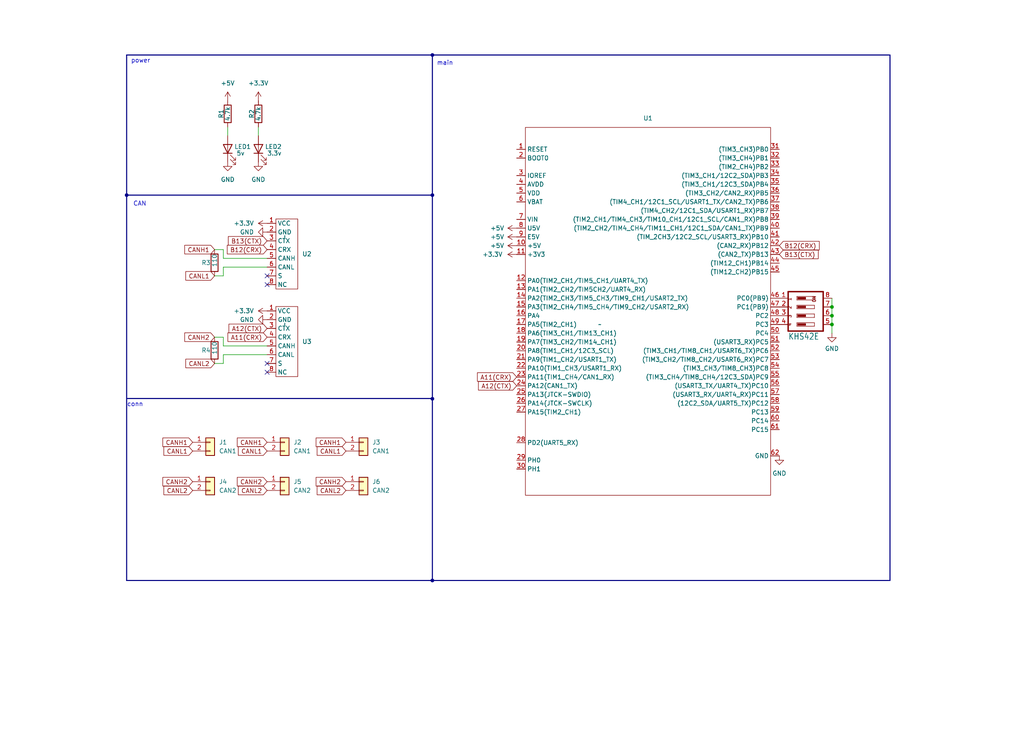
<source format=kicad_sch>
(kicad_sch (version 20230121) (generator eeschema)

  (uuid 5f8291ae-6b30-4227-b99f-27fcfbfcfd0c)

  (paper "User" 297.002 212.319)

  (title_block
    (title "ALTAIR_CAN_SHIELD _V1")
    (date "2024-06-17")
    (rev "1.0.0")
    (company "-Altair-")
  )

  (lib_symbols
    (symbol "Connector_Generic:Conn_01x02" (pin_names (offset 1.016) hide) (in_bom yes) (on_board yes)
      (property "Reference" "J" (at 0 2.54 0)
        (effects (font (size 1.27 1.27)))
      )
      (property "Value" "Conn_01x02" (at 0 -5.08 0)
        (effects (font (size 1.27 1.27)))
      )
      (property "Footprint" "" (at 0 0 0)
        (effects (font (size 1.27 1.27)) hide)
      )
      (property "Datasheet" "~" (at 0 0 0)
        (effects (font (size 1.27 1.27)) hide)
      )
      (property "ki_keywords" "connector" (at 0 0 0)
        (effects (font (size 1.27 1.27)) hide)
      )
      (property "ki_description" "Generic connector, single row, 01x02, script generated (kicad-library-utils/schlib/autogen/connector/)" (at 0 0 0)
        (effects (font (size 1.27 1.27)) hide)
      )
      (property "ki_fp_filters" "Connector*:*_1x??_*" (at 0 0 0)
        (effects (font (size 1.27 1.27)) hide)
      )
      (symbol "Conn_01x02_1_1"
        (rectangle (start -1.27 -2.413) (end 0 -2.667)
          (stroke (width 0.1524) (type default))
          (fill (type none))
        )
        (rectangle (start -1.27 0.127) (end 0 -0.127)
          (stroke (width 0.1524) (type default))
          (fill (type none))
        )
        (rectangle (start -1.27 1.27) (end 1.27 -3.81)
          (stroke (width 0.254) (type default))
          (fill (type background))
        )
        (pin passive line (at -5.08 0 0) (length 3.81)
          (name "Pin_1" (effects (font (size 1.27 1.27))))
          (number "1" (effects (font (size 1.27 1.27))))
        )
        (pin passive line (at -5.08 -2.54 0) (length 3.81)
          (name "Pin_2" (effects (font (size 1.27 1.27))))
          (number "2" (effects (font (size 1.27 1.27))))
        )
      )
    )
    (symbol "Device:LED" (pin_numbers hide) (pin_names (offset 1.016) hide) (in_bom yes) (on_board yes)
      (property "Reference" "D" (at 0 2.54 0)
        (effects (font (size 1.27 1.27)))
      )
      (property "Value" "LED" (at 0 -2.54 0)
        (effects (font (size 1.27 1.27)))
      )
      (property "Footprint" "" (at 0 0 0)
        (effects (font (size 1.27 1.27)) hide)
      )
      (property "Datasheet" "~" (at 0 0 0)
        (effects (font (size 1.27 1.27)) hide)
      )
      (property "ki_keywords" "LED diode" (at 0 0 0)
        (effects (font (size 1.27 1.27)) hide)
      )
      (property "ki_description" "Light emitting diode" (at 0 0 0)
        (effects (font (size 1.27 1.27)) hide)
      )
      (property "ki_fp_filters" "LED* LED_SMD:* LED_THT:*" (at 0 0 0)
        (effects (font (size 1.27 1.27)) hide)
      )
      (symbol "LED_0_1"
        (polyline
          (pts
            (xy -1.27 -1.27)
            (xy -1.27 1.27)
          )
          (stroke (width 0.254) (type default))
          (fill (type none))
        )
        (polyline
          (pts
            (xy -1.27 0)
            (xy 1.27 0)
          )
          (stroke (width 0) (type default))
          (fill (type none))
        )
        (polyline
          (pts
            (xy 1.27 -1.27)
            (xy 1.27 1.27)
            (xy -1.27 0)
            (xy 1.27 -1.27)
          )
          (stroke (width 0.254) (type default))
          (fill (type none))
        )
        (polyline
          (pts
            (xy -3.048 -0.762)
            (xy -4.572 -2.286)
            (xy -3.81 -2.286)
            (xy -4.572 -2.286)
            (xy -4.572 -1.524)
          )
          (stroke (width 0) (type default))
          (fill (type none))
        )
        (polyline
          (pts
            (xy -1.778 -0.762)
            (xy -3.302 -2.286)
            (xy -2.54 -2.286)
            (xy -3.302 -2.286)
            (xy -3.302 -1.524)
          )
          (stroke (width 0) (type default))
          (fill (type none))
        )
      )
      (symbol "LED_1_1"
        (pin passive line (at -3.81 0 0) (length 2.54)
          (name "K" (effects (font (size 1.27 1.27))))
          (number "1" (effects (font (size 1.27 1.27))))
        )
        (pin passive line (at 3.81 0 180) (length 2.54)
          (name "A" (effects (font (size 1.27 1.27))))
          (number "2" (effects (font (size 1.27 1.27))))
        )
      )
    )
    (symbol "Device:R" (pin_numbers hide) (pin_names (offset 0)) (in_bom yes) (on_board yes)
      (property "Reference" "R" (at 2.032 0 90)
        (effects (font (size 1.27 1.27)))
      )
      (property "Value" "R" (at 0 0 90)
        (effects (font (size 1.27 1.27)))
      )
      (property "Footprint" "" (at -1.778 0 90)
        (effects (font (size 1.27 1.27)) hide)
      )
      (property "Datasheet" "~" (at 0 0 0)
        (effects (font (size 1.27 1.27)) hide)
      )
      (property "ki_keywords" "R res resistor" (at 0 0 0)
        (effects (font (size 1.27 1.27)) hide)
      )
      (property "ki_description" "Resistor" (at 0 0 0)
        (effects (font (size 1.27 1.27)) hide)
      )
      (property "ki_fp_filters" "R_*" (at 0 0 0)
        (effects (font (size 1.27 1.27)) hide)
      )
      (symbol "R_0_1"
        (rectangle (start -1.016 -2.54) (end 1.016 2.54)
          (stroke (width 0.254) (type default))
          (fill (type none))
        )
      )
      (symbol "R_1_1"
        (pin passive line (at 0 3.81 270) (length 1.27)
          (name "~" (effects (font (size 1.27 1.27))))
          (number "1" (effects (font (size 1.27 1.27))))
        )
        (pin passive line (at 0 -3.81 90) (length 1.27)
          (name "~" (effects (font (size 1.27 1.27))))
          (number "2" (effects (font (size 1.27 1.27))))
        )
      )
    )
    (symbol "TJA1051:TJA1051" (in_bom yes) (on_board yes)
      (property "Reference" "U" (at 1.27 10.16 0)
        (effects (font (size 1.27 1.27)))
      )
      (property "Value" "" (at 1.27 3.81 90)
        (effects (font (size 1.27 1.27)))
      )
      (property "Footprint" "" (at 1.27 3.81 90)
        (effects (font (size 1.27 1.27)) hide)
      )
      (property "Datasheet" "" (at 1.27 3.81 90)
        (effects (font (size 1.27 1.27)) hide)
      )
      (symbol "TJA1051_0_1"
        (rectangle (start 5.08 8.89) (end -1.27 -11.43)
          (stroke (width 0) (type default))
          (fill (type none))
        )
      )
      (symbol "TJA1051_1_1"
        (pin input line (at -3.81 7.62 0) (length 2.54)
          (name "VCC" (effects (font (size 1.27 1.27))))
          (number "1" (effects (font (size 1.27 1.27))))
        )
        (pin input line (at -3.81 5.08 0) (length 2.54)
          (name "GND" (effects (font (size 1.27 1.27))))
          (number "2" (effects (font (size 1.27 1.27))))
        )
        (pin input line (at -3.81 2.54 0) (length 2.54)
          (name "CTX" (effects (font (size 1.27 1.27))))
          (number "3" (effects (font (size 1.27 1.27))))
        )
        (pin input line (at -3.81 0 0) (length 2.54)
          (name "CRX" (effects (font (size 1.27 1.27))))
          (number "4" (effects (font (size 1.27 1.27))))
        )
        (pin input line (at -3.81 -2.54 0) (length 2.54)
          (name "CANH" (effects (font (size 1.27 1.27))))
          (number "5" (effects (font (size 1.27 1.27))))
        )
        (pin input line (at -3.81 -5.08 0) (length 2.54)
          (name "CANL" (effects (font (size 1.27 1.27))))
          (number "6" (effects (font (size 1.27 1.27))))
        )
        (pin input line (at -3.81 -7.62 0) (length 2.54)
          (name "S" (effects (font (size 1.27 1.27))))
          (number "7" (effects (font (size 1.27 1.27))))
        )
        (pin input line (at -3.81 -10.16 0) (length 2.54)
          (name "NC" (effects (font (size 1.27 1.27))))
          (number "8" (effects (font (size 1.27 1.27))))
        )
      )
    )
    (symbol "power:+3.3V" (power) (pin_names (offset 0)) (in_bom yes) (on_board yes)
      (property "Reference" "#PWR" (at 0 -3.81 0)
        (effects (font (size 1.27 1.27)) hide)
      )
      (property "Value" "+3.3V" (at 0 3.556 0)
        (effects (font (size 1.27 1.27)))
      )
      (property "Footprint" "" (at 0 0 0)
        (effects (font (size 1.27 1.27)) hide)
      )
      (property "Datasheet" "" (at 0 0 0)
        (effects (font (size 1.27 1.27)) hide)
      )
      (property "ki_keywords" "global power" (at 0 0 0)
        (effects (font (size 1.27 1.27)) hide)
      )
      (property "ki_description" "Power symbol creates a global label with name \"+3.3V\"" (at 0 0 0)
        (effects (font (size 1.27 1.27)) hide)
      )
      (symbol "+3.3V_0_1"
        (polyline
          (pts
            (xy -0.762 1.27)
            (xy 0 2.54)
          )
          (stroke (width 0) (type default))
          (fill (type none))
        )
        (polyline
          (pts
            (xy 0 0)
            (xy 0 2.54)
          )
          (stroke (width 0) (type default))
          (fill (type none))
        )
        (polyline
          (pts
            (xy 0 2.54)
            (xy 0.762 1.27)
          )
          (stroke (width 0) (type default))
          (fill (type none))
        )
      )
      (symbol "+3.3V_1_1"
        (pin power_in line (at 0 0 90) (length 0) hide
          (name "+3.3V" (effects (font (size 1.27 1.27))))
          (number "1" (effects (font (size 1.27 1.27))))
        )
      )
    )
    (symbol "power:+5V" (power) (pin_names (offset 0)) (in_bom yes) (on_board yes)
      (property "Reference" "#PWR" (at 0 -3.81 0)
        (effects (font (size 1.27 1.27)) hide)
      )
      (property "Value" "+5V" (at 0 3.556 0)
        (effects (font (size 1.27 1.27)))
      )
      (property "Footprint" "" (at 0 0 0)
        (effects (font (size 1.27 1.27)) hide)
      )
      (property "Datasheet" "" (at 0 0 0)
        (effects (font (size 1.27 1.27)) hide)
      )
      (property "ki_keywords" "global power" (at 0 0 0)
        (effects (font (size 1.27 1.27)) hide)
      )
      (property "ki_description" "Power symbol creates a global label with name \"+5V\"" (at 0 0 0)
        (effects (font (size 1.27 1.27)) hide)
      )
      (symbol "+5V_0_1"
        (polyline
          (pts
            (xy -0.762 1.27)
            (xy 0 2.54)
          )
          (stroke (width 0) (type default))
          (fill (type none))
        )
        (polyline
          (pts
            (xy 0 0)
            (xy 0 2.54)
          )
          (stroke (width 0) (type default))
          (fill (type none))
        )
        (polyline
          (pts
            (xy 0 2.54)
            (xy 0.762 1.27)
          )
          (stroke (width 0) (type default))
          (fill (type none))
        )
      )
      (symbol "+5V_1_1"
        (pin power_in line (at 0 0 90) (length 0) hide
          (name "+5V" (effects (font (size 1.27 1.27))))
          (number "1" (effects (font (size 1.27 1.27))))
        )
      )
    )
    (symbol "power:GND" (power) (pin_names (offset 0)) (in_bom yes) (on_board yes)
      (property "Reference" "#PWR" (at 0 -6.35 0)
        (effects (font (size 1.27 1.27)) hide)
      )
      (property "Value" "GND" (at 0 -3.81 0)
        (effects (font (size 1.27 1.27)))
      )
      (property "Footprint" "" (at 0 0 0)
        (effects (font (size 1.27 1.27)) hide)
      )
      (property "Datasheet" "" (at 0 0 0)
        (effects (font (size 1.27 1.27)) hide)
      )
      (property "ki_keywords" "global power" (at 0 0 0)
        (effects (font (size 1.27 1.27)) hide)
      )
      (property "ki_description" "Power symbol creates a global label with name \"GND\" , ground" (at 0 0 0)
        (effects (font (size 1.27 1.27)) hide)
      )
      (symbol "GND_0_1"
        (polyline
          (pts
            (xy 0 0)
            (xy 0 -1.27)
            (xy 1.27 -1.27)
            (xy 0 -2.54)
            (xy -1.27 -1.27)
            (xy 0 -1.27)
          )
          (stroke (width 0) (type default))
          (fill (type none))
        )
      )
      (symbol "GND_1_1"
        (pin power_in line (at 0 0 270) (length 0) hide
          (name "GND" (effects (font (size 1.27 1.27))))
          (number "1" (effects (font (size 1.27 1.27))))
        )
      )
    )
    (symbol "stm32F446RE-Nucleo:STM32F446RE-Nucleo" (in_bom yes) (on_board yes)
      (property "Reference" "U" (at 0 0 0)
        (effects (font (size 1.27 1.27)))
      )
      (property "Value" "" (at 0 0 0)
        (effects (font (size 1.27 1.27)))
      )
      (property "Footprint" "STM32F446RE-NUCLEO:STM32F446RE_Nucleo" (at 0 0 0)
        (effects (font (size 1.27 1.27)) hide)
      )
      (property "Datasheet" "" (at 0 0 0)
        (effects (font (size 1.27 1.27)) hide)
      )
      (symbol "STM32F446RE-Nucleo_0_1"
        (polyline
          (pts
            (xy -21.59 57.15)
            (xy 49.53 57.15)
            (xy 49.53 -46.99)
            (xy 49.53 -49.53)
            (xy -21.59 -49.53)
            (xy -21.59 57.15)
          )
          (stroke (width 0) (type default))
          (fill (type none))
        )
      )
      (symbol "STM32F446RE-Nucleo_1_1"
        (pin input line (at -24.13 50.8 0) (length 2.54)
          (name "RESET" (effects (font (size 1.27 1.27))))
          (number "1" (effects (font (size 1.27 1.27))))
        )
        (pin power_out line (at -24.13 22.86 0) (length 2.54)
          (name "+5V" (effects (font (size 1.27 1.27))))
          (number "10" (effects (font (size 1.27 1.27))))
        )
        (pin power_out line (at -24.13 20.32 0) (length 2.54)
          (name "+3V3" (effects (font (size 1.27 1.27))))
          (number "11" (effects (font (size 1.27 1.27))))
        )
        (pin bidirectional line (at -24.13 12.7 0) (length 2.54)
          (name "PA0(TIM2_CH1/TIM5_CH1/UART4_TX)" (effects (font (size 1.27 1.27))))
          (number "12" (effects (font (size 1.27 1.27))))
        )
        (pin bidirectional line (at -24.13 10.16 0) (length 2.54)
          (name "PA1(TIM2_CH2/TIM5CH2/UART4_RX)" (effects (font (size 1.27 1.27))))
          (number "13" (effects (font (size 1.27 1.27))))
        )
        (pin bidirectional line (at -24.13 7.62 0) (length 2.54)
          (name "PA2(TIM2_CH3/TIM5_CH3/TIM9_CH1/USART2_TX)" (effects (font (size 1.27 1.27))))
          (number "14" (effects (font (size 1.27 1.27))))
        )
        (pin bidirectional line (at -24.13 5.08 0) (length 2.54)
          (name "PA3(TIM2_CH4/TIM5_CH4/TIM9_CH2/USART2_RX)" (effects (font (size 1.27 1.27))))
          (number "15" (effects (font (size 1.27 1.27))))
        )
        (pin bidirectional line (at -24.13 2.54 0) (length 2.54)
          (name "PA4" (effects (font (size 1.27 1.27))))
          (number "16" (effects (font (size 1.27 1.27))))
        )
        (pin bidirectional line (at -24.13 0 0) (length 2.54)
          (name "PA5(TIM2_CH1)" (effects (font (size 1.27 1.27))))
          (number "17" (effects (font (size 1.27 1.27))))
        )
        (pin bidirectional line (at -24.13 -2.54 0) (length 2.54)
          (name "PA6(TIM3_CH1/TIM13_CH1)" (effects (font (size 1.27 1.27))))
          (number "18" (effects (font (size 1.27 1.27))))
        )
        (pin bidirectional line (at -24.13 -5.08 0) (length 2.54)
          (name "PA7(TIM3_CH2/TIM14_CH1)" (effects (font (size 1.27 1.27))))
          (number "19" (effects (font (size 1.27 1.27))))
        )
        (pin input line (at -24.13 48.26 0) (length 2.54)
          (name "BOOT0" (effects (font (size 1.27 1.27))))
          (number "2" (effects (font (size 1.27 1.27))))
        )
        (pin bidirectional line (at -24.13 -7.62 0) (length 2.54)
          (name "PA8(TIM1_CH1/12C3_SCL)" (effects (font (size 1.27 1.27))))
          (number "20" (effects (font (size 1.27 1.27))))
        )
        (pin bidirectional line (at -24.13 -10.16 0) (length 2.54)
          (name "PA9(TIM1_CH2/USART1_TX)" (effects (font (size 1.27 1.27))))
          (number "21" (effects (font (size 1.27 1.27))))
        )
        (pin bidirectional line (at -24.13 -12.7 0) (length 2.54)
          (name "PA10(TIM1_CH3/USART1_RX)" (effects (font (size 1.27 1.27))))
          (number "22" (effects (font (size 1.27 1.27))))
        )
        (pin bidirectional line (at -24.13 -15.24 0) (length 2.54)
          (name "PA11(TIM1_CH4/CAN1_RX)" (effects (font (size 1.27 1.27))))
          (number "23" (effects (font (size 1.27 1.27))))
        )
        (pin bidirectional line (at -24.13 -17.78 0) (length 2.54)
          (name "PA12(CAN1_TX)" (effects (font (size 1.27 1.27))))
          (number "24" (effects (font (size 1.27 1.27))))
        )
        (pin bidirectional line (at -24.13 -20.32 0) (length 2.54)
          (name "PA13(JTCK-SWDIO)" (effects (font (size 1.27 1.27))))
          (number "25" (effects (font (size 1.27 1.27))))
        )
        (pin bidirectional line (at -24.13 -22.86 0) (length 2.54)
          (name "PA14(JTCK-SWCLK)" (effects (font (size 1.27 1.27))))
          (number "26" (effects (font (size 1.27 1.27))))
        )
        (pin bidirectional line (at -24.13 -25.4 0) (length 2.54)
          (name "PA15(TIM2_CH1)" (effects (font (size 1.27 1.27))))
          (number "27" (effects (font (size 1.27 1.27))))
        )
        (pin bidirectional line (at -24.13 -34.29 0) (length 2.54)
          (name "PD2(UART5_RX)" (effects (font (size 1.27 1.27))))
          (number "28" (effects (font (size 1.27 1.27))))
        )
        (pin bidirectional line (at -24.13 -39.37 0) (length 2.54)
          (name "PH0" (effects (font (size 1.27 1.27))))
          (number "29" (effects (font (size 1.27 1.27))))
        )
        (pin input line (at -24.13 43.18 0) (length 2.54)
          (name "IOREF" (effects (font (size 1.27 1.27))))
          (number "3" (effects (font (size 1.27 1.27))))
        )
        (pin bidirectional line (at -24.13 -41.91 0) (length 2.54)
          (name "PH1" (effects (font (size 1.27 1.27))))
          (number "30" (effects (font (size 1.27 1.27))))
        )
        (pin bidirectional line (at 52.07 50.8 180) (length 2.54)
          (name "(TIM3_CH3)PB0" (effects (font (size 1.27 1.27))))
          (number "31" (effects (font (size 1.27 1.27))))
        )
        (pin bidirectional line (at 52.07 48.26 180) (length 2.54)
          (name "(TIM3_CH4)PB1" (effects (font (size 1.27 1.27))))
          (number "32" (effects (font (size 1.27 1.27))))
        )
        (pin bidirectional line (at 52.07 45.72 180) (length 2.54)
          (name "(TIM2_CH4)PB2" (effects (font (size 1.27 1.27))))
          (number "33" (effects (font (size 1.27 1.27))))
        )
        (pin bidirectional line (at 52.07 43.18 180) (length 2.54)
          (name "(TIM3_CH1/12C2_SDA)PB3" (effects (font (size 1.27 1.27))))
          (number "34" (effects (font (size 1.27 1.27))))
        )
        (pin bidirectional line (at 52.07 40.64 180) (length 2.54)
          (name "(TIM3_CH1/12C3_SDA)PB4" (effects (font (size 1.27 1.27))))
          (number "35" (effects (font (size 1.27 1.27))))
        )
        (pin bidirectional line (at 52.07 38.1 180) (length 2.54)
          (name "(TIM3_CH2/CAN2_RX)PB5" (effects (font (size 1.27 1.27))))
          (number "36" (effects (font (size 1.27 1.27))))
        )
        (pin bidirectional line (at 52.07 35.56 180) (length 2.54)
          (name "(TIM4_CH1/12C1_SCL/USART1_TX/CAN2_TX)PB6" (effects (font (size 1.27 1.27))))
          (number "37" (effects (font (size 1.27 1.27))))
        )
        (pin bidirectional line (at 52.07 33.02 180) (length 2.54)
          (name "(TIM4_CH2/12C1_SDA/USART1_RX)PB7" (effects (font (size 1.27 1.27))))
          (number "38" (effects (font (size 1.27 1.27))))
        )
        (pin bidirectional line (at 52.07 30.48 180) (length 2.54)
          (name "(TIM2_CH1/TIM4_CH3/TIM10_CH1/12C1_SCL/CAN1_RX)PB8" (effects (font (size 1.27 1.27))))
          (number "39" (effects (font (size 1.27 1.27))))
        )
        (pin input line (at -24.13 40.64 0) (length 2.54)
          (name "AVDD" (effects (font (size 1.27 1.27))))
          (number "4" (effects (font (size 1.27 1.27))))
        )
        (pin bidirectional line (at 52.07 27.94 180) (length 2.54)
          (name "(TIM2_CH2/TIM4_CH4/TIM11_CH1/12C1_SDA/CAN1_TX)PB9" (effects (font (size 1.27 1.27))))
          (number "40" (effects (font (size 1.27 1.27))))
        )
        (pin bidirectional line (at 52.07 25.4 180) (length 2.54)
          (name "(TIM_2CH3/12C2_SCL/USART3_RX)PB10" (effects (font (size 1.27 1.27))))
          (number "41" (effects (font (size 1.27 1.27))))
        )
        (pin bidirectional line (at 52.07 22.86 180) (length 2.54)
          (name "(CAN2_RX)PB12" (effects (font (size 1.27 1.27))))
          (number "42" (effects (font (size 1.27 1.27))))
        )
        (pin bidirectional line (at 52.07 20.32 180) (length 2.54)
          (name "(CAN2_TX)PB13" (effects (font (size 1.27 1.27))))
          (number "43" (effects (font (size 1.27 1.27))))
        )
        (pin bidirectional line (at 52.07 17.78 180) (length 2.54)
          (name "(TIM12_CH1)PB14" (effects (font (size 1.27 1.27))))
          (number "44" (effects (font (size 1.27 1.27))))
        )
        (pin bidirectional line (at 52.07 15.24 180) (length 2.54)
          (name "(TIM12_CH2)PB15" (effects (font (size 1.27 1.27))))
          (number "45" (effects (font (size 1.27 1.27))))
        )
        (pin bidirectional line (at 52.07 7.62 180) (length 2.54)
          (name "PC0(PB9)" (effects (font (size 1.27 1.27))))
          (number "46" (effects (font (size 1.27 1.27))))
        )
        (pin bidirectional line (at 52.07 5.08 180) (length 2.54)
          (name "PC1(PB9)" (effects (font (size 1.27 1.27))))
          (number "47" (effects (font (size 1.27 1.27))))
        )
        (pin bidirectional line (at 52.07 2.54 180) (length 2.54)
          (name "PC2" (effects (font (size 1.27 1.27))))
          (number "48" (effects (font (size 1.27 1.27))))
        )
        (pin bidirectional line (at 52.07 0 180) (length 2.54)
          (name "PC3" (effects (font (size 1.27 1.27))))
          (number "49" (effects (font (size 1.27 1.27))))
        )
        (pin input line (at -24.13 38.1 0) (length 2.54)
          (name "VDD" (effects (font (size 1.27 1.27))))
          (number "5" (effects (font (size 1.27 1.27))))
        )
        (pin bidirectional line (at 52.07 -2.54 180) (length 2.54)
          (name "PC4" (effects (font (size 1.27 1.27))))
          (number "50" (effects (font (size 1.27 1.27))))
        )
        (pin bidirectional line (at 52.07 -5.08 180) (length 2.54)
          (name "(USART3_RX)PC5" (effects (font (size 1.27 1.27))))
          (number "51" (effects (font (size 1.27 1.27))))
        )
        (pin bidirectional line (at 52.07 -7.62 180) (length 2.54)
          (name "(TIM3_CH1/TIM8_CH1/USART6_TX)PC6" (effects (font (size 1.27 1.27))))
          (number "52" (effects (font (size 1.27 1.27))))
        )
        (pin bidirectional line (at 52.07 -10.16 180) (length 2.54)
          (name "(TIM3_CH2/TIM8_CH2/USART6_RX)PC7" (effects (font (size 1.27 1.27))))
          (number "53" (effects (font (size 1.27 1.27))))
        )
        (pin bidirectional line (at 52.07 -12.7 180) (length 2.54)
          (name "(TIM3_CH3/TIM8_CH3)PC8" (effects (font (size 1.27 1.27))))
          (number "54" (effects (font (size 1.27 1.27))))
        )
        (pin bidirectional line (at 52.07 -15.24 180) (length 2.54)
          (name "(TIM3_CH4/TIM8_CH4/12C3_SDA)PC9" (effects (font (size 1.27 1.27))))
          (number "55" (effects (font (size 1.27 1.27))))
        )
        (pin bidirectional line (at 52.07 -17.78 180) (length 2.54)
          (name "(USART3_TX/UART4_TX)PC10" (effects (font (size 1.27 1.27))))
          (number "56" (effects (font (size 1.27 1.27))))
        )
        (pin bidirectional line (at 52.07 -20.32 180) (length 2.54)
          (name "(USART3_RX/UART4_RX)PC11" (effects (font (size 1.27 1.27))))
          (number "57" (effects (font (size 1.27 1.27))))
        )
        (pin bidirectional line (at 52.07 -22.86 180) (length 2.54)
          (name "(12C2_SDA/UART5_TX)PC12" (effects (font (size 1.27 1.27))))
          (number "58" (effects (font (size 1.27 1.27))))
        )
        (pin bidirectional line (at 52.07 -25.4 180) (length 2.54)
          (name "PC13" (effects (font (size 1.27 1.27))))
          (number "59" (effects (font (size 1.27 1.27))))
        )
        (pin input line (at -24.13 35.56 0) (length 2.54)
          (name "VBAT" (effects (font (size 1.27 1.27))))
          (number "6" (effects (font (size 1.27 1.27))))
        )
        (pin bidirectional line (at 52.07 -27.94 180) (length 2.54)
          (name "PC14" (effects (font (size 1.27 1.27))))
          (number "60" (effects (font (size 1.27 1.27))))
        )
        (pin bidirectional line (at 52.07 -30.48 180) (length 2.54)
          (name "PC15" (effects (font (size 1.27 1.27))))
          (number "61" (effects (font (size 1.27 1.27))))
        )
        (pin power_out line (at 52.07 -38.1 180) (length 2.54)
          (name "GND" (effects (font (size 1.27 1.27))))
          (number "62" (effects (font (size 1.27 1.27))))
        )
        (pin power_in line (at -24.13 30.48 0) (length 2.54)
          (name "VIN" (effects (font (size 1.27 1.27))))
          (number "7" (effects (font (size 1.27 1.27))))
        )
        (pin input line (at -24.13 27.94 0) (length 2.54)
          (name "U5V" (effects (font (size 1.27 1.27))))
          (number "8" (effects (font (size 1.27 1.27))))
        )
        (pin input line (at -24.13 25.4 0) (length 2.54)
          (name "E5V" (effects (font (size 1.27 1.27))))
          (number "9" (effects (font (size 1.27 1.27))))
        )
      )
    )
    (symbol "ver1-eagle-import:KHS42E" (in_bom yes) (on_board yes)
      (property "Reference" "" (at -5.08 -5.08 90)
        (effects (font (size 1.778 1.5113)) (justify left bottom) hide)
      )
      (property "Value" "" (at 9.525 -5.08 90)
        (effects (font (size 1.778 1.5113)) (justify left bottom))
      )
      (property "Footprint" "ver1:KHS42E" (at 0 0 0)
        (effects (font (size 1.27 1.27)) hide)
      )
      (property "Datasheet" "" (at 0 0 0)
        (effects (font (size 1.27 1.27)) hide)
      )
      (property "ki_locked" "" (at 0 0 0)
        (effects (font (size 1.27 1.27)))
      )
      (symbol "KHS42E_1_0"
        (rectangle (start -2.794 -2.286) (end -2.286 0)
          (stroke (width 0) (type default))
          (fill (type outline))
        )
        (rectangle (start -0.254 -2.286) (end 0.254 0)
          (stroke (width 0) (type default))
          (fill (type outline))
        )
        (polyline
          (pts
            (xy -4.445 -5.08)
            (xy 6.985 -5.08)
          )
          (stroke (width 0.4064) (type solid))
          (fill (type none))
        )
        (polyline
          (pts
            (xy -4.445 5.08)
            (xy -4.445 -5.08)
          )
          (stroke (width 0.4064) (type solid))
          (fill (type none))
        )
        (polyline
          (pts
            (xy -3.048 -2.54)
            (xy -3.048 2.54)
          )
          (stroke (width 0.1524) (type solid))
          (fill (type none))
        )
        (polyline
          (pts
            (xy -3.048 2.54)
            (xy -2.032 2.54)
          )
          (stroke (width 0.1524) (type solid))
          (fill (type none))
        )
        (polyline
          (pts
            (xy -2.032 -2.54)
            (xy -3.048 -2.54)
          )
          (stroke (width 0.1524) (type solid))
          (fill (type none))
        )
        (polyline
          (pts
            (xy -2.032 2.54)
            (xy -2.032 -2.54)
          )
          (stroke (width 0.1524) (type solid))
          (fill (type none))
        )
        (polyline
          (pts
            (xy -0.508 -2.54)
            (xy -0.508 2.54)
          )
          (stroke (width 0.1524) (type solid))
          (fill (type none))
        )
        (polyline
          (pts
            (xy -0.508 2.54)
            (xy 0.508 2.54)
          )
          (stroke (width 0.1524) (type solid))
          (fill (type none))
        )
        (polyline
          (pts
            (xy 0.508 -2.54)
            (xy -0.508 -2.54)
          )
          (stroke (width 0.1524) (type solid))
          (fill (type none))
        )
        (polyline
          (pts
            (xy 0.508 2.54)
            (xy 0.508 -2.54)
          )
          (stroke (width 0.1524) (type solid))
          (fill (type none))
        )
        (polyline
          (pts
            (xy 2.032 -2.54)
            (xy 2.032 2.54)
          )
          (stroke (width 0.1524) (type solid))
          (fill (type none))
        )
        (polyline
          (pts
            (xy 2.032 2.54)
            (xy 3.048 2.54)
          )
          (stroke (width 0.1524) (type solid))
          (fill (type none))
        )
        (polyline
          (pts
            (xy 3.048 -2.54)
            (xy 2.032 -2.54)
          )
          (stroke (width 0.1524) (type solid))
          (fill (type none))
        )
        (polyline
          (pts
            (xy 3.048 2.54)
            (xy 3.048 -2.54)
          )
          (stroke (width 0.1524) (type solid))
          (fill (type none))
        )
        (polyline
          (pts
            (xy 4.572 -2.54)
            (xy 4.572 2.54)
          )
          (stroke (width 0.1524) (type solid))
          (fill (type none))
        )
        (polyline
          (pts
            (xy 4.572 2.54)
            (xy 5.588 2.54)
          )
          (stroke (width 0.1524) (type solid))
          (fill (type none))
        )
        (polyline
          (pts
            (xy 5.588 -2.54)
            (xy 4.572 -2.54)
          )
          (stroke (width 0.1524) (type solid))
          (fill (type none))
        )
        (polyline
          (pts
            (xy 5.588 2.54)
            (xy 5.588 -2.54)
          )
          (stroke (width 0.1524) (type solid))
          (fill (type none))
        )
        (polyline
          (pts
            (xy 6.985 -5.08)
            (xy 6.985 5.08)
          )
          (stroke (width 0.4064) (type solid))
          (fill (type none))
        )
        (polyline
          (pts
            (xy 6.985 5.08)
            (xy -4.445 5.08)
          )
          (stroke (width 0.4064) (type solid))
          (fill (type none))
        )
        (rectangle (start 2.286 -2.286) (end 2.794 0)
          (stroke (width 0) (type default))
          (fill (type outline))
        )
        (rectangle (start 4.826 -2.286) (end 5.334 0)
          (stroke (width 0) (type default))
          (fill (type outline))
        )
        (text "1" (at -2.794 -4.064 0)
          (effects (font (size 0.9906 0.842) (thickness 0.1684) bold) (justify left bottom))
        )
        (text "2" (at -0.381 -4.064 0)
          (effects (font (size 0.9906 0.842) (thickness 0.1684) bold) (justify left bottom))
        )
        (text "3" (at 2.159 -4.064 0)
          (effects (font (size 0.9906 0.842) (thickness 0.1684) bold) (justify left bottom))
        )
        (text "4" (at 4.572 -4.064 0)
          (effects (font (size 0.9906 0.842) (thickness 0.1684) bold) (justify left bottom))
        )
        (text "ON" (at -3.302 3.048 0)
          (effects (font (size 0.9906 0.842) (thickness 0.1684) bold) (justify left bottom))
        )
        (pin passive line (at -2.54 -7.62 90) (length 2.54)
          (name "1" (effects (font (size 0 0))))
          (number "1" (effects (font (size 1.27 1.27))))
        )
        (pin passive line (at 0 -7.62 90) (length 2.54)
          (name "2" (effects (font (size 0 0))))
          (number "2" (effects (font (size 1.27 1.27))))
        )
        (pin passive line (at 2.54 -7.62 90) (length 2.54)
          (name "3" (effects (font (size 0 0))))
          (number "3" (effects (font (size 1.27 1.27))))
        )
        (pin passive line (at 5.08 -7.62 90) (length 2.54)
          (name "4" (effects (font (size 0 0))))
          (number "4" (effects (font (size 1.27 1.27))))
        )
        (pin passive line (at 5.08 7.62 270) (length 2.54)
          (name "5" (effects (font (size 0 0))))
          (number "5" (effects (font (size 1.27 1.27))))
        )
        (pin passive line (at 2.54 7.62 270) (length 2.54)
          (name "6" (effects (font (size 0 0))))
          (number "6" (effects (font (size 1.27 1.27))))
        )
        (pin passive line (at 0 7.62 270) (length 2.54)
          (name "7" (effects (font (size 0 0))))
          (number "7" (effects (font (size 1.27 1.27))))
        )
        (pin passive line (at -2.54 7.62 270) (length 2.54)
          (name "8" (effects (font (size 0 0))))
          (number "8" (effects (font (size 1.27 1.27))))
        )
      )
    )
  )

  (junction (at 36.7284 56.5912) (diameter 0) (color 0 0 0 0)
    (uuid 16ef3562-5fe2-42ec-b106-96453952c577)
  )
  (junction (at 125.3981 56.5912) (diameter 0) (color 0 0 0 0)
    (uuid 17c85721-77e5-407c-b6d7-0455a1374567)
  )
  (junction (at 241.2746 91.567) (diameter 0) (color 0 0 0 0)
    (uuid 450c8314-2370-4b65-b7d6-377798c7fafe)
  )
  (junction (at 125.3981 15.9512) (diameter 0) (color 0 0 0 0)
    (uuid 4c2773ee-c5e5-48d6-947a-10de89cefe80)
  )
  (junction (at 241.2746 89.027) (diameter 0) (color 0 0 0 0)
    (uuid a85df9de-91c0-4557-82a8-73865da5dce6)
  )
  (junction (at 241.2746 94.107) (diameter 0) (color 0 0 0 0)
    (uuid be90503a-38d7-4c37-96ab-38638c3d567e)
  )
  (junction (at 125.3981 168.3512) (diameter 0) (color 0 0 0 0)
    (uuid c38a7c3d-e748-4431-909f-2c4eb2d4f1c2)
  )
  (junction (at 125.3981 115.6462) (diameter 0) (color 0 0 0 0)
    (uuid ec57792b-3b56-443a-ade1-42185e0e9c15)
  )

  (no_connect (at 77.47 107.95) (uuid 10a297c2-9ec2-4412-b4e7-4218bfae8ed3))
  (no_connect (at 77.47 80.01) (uuid 6b48c647-a823-4ec4-9db1-0e5843c8da89))
  (no_connect (at 77.47 82.55) (uuid c49e3933-5848-45c9-914d-f945b86d990d))
  (no_connect (at 77.47 105.41) (uuid e94b61f3-26a0-4339-98b1-95c0592be8ec))

  (wire (pts (xy 62.23 72.39) (xy 64.77 72.39))
    (stroke (width 0) (type default))
    (uuid 0700334b-9c27-4af4-9b6a-336733f60530)
  )
  (wire (pts (xy 64.77 100.33) (xy 77.47 100.33))
    (stroke (width 0) (type default))
    (uuid 1d940842-4c8b-436b-95b9-bd8a1086362e)
  )
  (bus (pts (xy 36.7284 56.5912) (xy 125.3981 56.5912))
    (stroke (width 0) (type default))
    (uuid 266ff49f-e731-4353-8fb8-8ee5264cf253)
  )
  (bus (pts (xy 36.7284 15.9512) (xy 125.3981 15.9512))
    (stroke (width 0) (type default))
    (uuid 2768aa96-7461-4b81-948b-04ad7f1cce6b)
  )
  (bus (pts (xy 125.3981 56.5912) (xy 125.3981 115.6462))
    (stroke (width 0) (type default))
    (uuid 30418faf-7919-4081-8b69-01eead43ae81)
  )

  (wire (pts (xy 66.04 36.83) (xy 66.04 39.37))
    (stroke (width 0.1524) (type solid))
    (uuid 33ac1412-806f-4885-84a6-f239c421c25b)
  )
  (wire (pts (xy 241.2746 89.027) (xy 241.2746 91.567))
    (stroke (width 0.1524) (type solid))
    (uuid 43b9e0da-682d-4385-af4a-77988c3c2e71)
  )
  (wire (pts (xy 64.77 74.93) (xy 77.47 74.93))
    (stroke (width 0) (type default))
    (uuid 44a4b1f5-253c-4353-9915-6b4dc459d27a)
  )
  (wire (pts (xy 74.93 36.83) (xy 74.93 39.37))
    (stroke (width 0.1524) (type solid))
    (uuid 4639d9f6-296d-4c55-b74a-911a413eb6c7)
  )
  (wire (pts (xy 64.77 105.41) (xy 64.77 102.87))
    (stroke (width 0) (type default))
    (uuid 464b02b7-9ff2-4e8a-b13c-4e44fd267325)
  )
  (wire (pts (xy 62.23 105.41) (xy 64.77 105.41))
    (stroke (width 0) (type default))
    (uuid 46b93faf-108f-492c-acd6-27535958907e)
  )
  (wire (pts (xy 64.77 102.87) (xy 77.47 102.87))
    (stroke (width 0) (type default))
    (uuid 480ceba0-2f7e-4d94-908f-fd504ce3d70e)
  )
  (bus (pts (xy 36.7284 15.9512) (xy 36.7284 56.5912))
    (stroke (width 0) (type default))
    (uuid 492aac3b-5871-4144-ac35-c3e75f256006)
  )
  (bus (pts (xy 36.7284 56.5912) (xy 36.7284 168.3512))
    (stroke (width 0) (type default))
    (uuid 4abd495b-53f7-48b7-80f3-7c368a7ba104)
  )
  (bus (pts (xy 125.3727 115.6462) (xy 125.3981 115.6462))
    (stroke (width 0) (type default))
    (uuid 56f4271a-c299-47bf-9537-b899bbc11523)
  )
  (bus (pts (xy 125.3981 15.9512) (xy 125.3981 56.5912))
    (stroke (width 0) (type default))
    (uuid 5fa17df2-1dc1-4541-ace2-1cf69677fabc)
  )
  (bus (pts (xy 36.7284 168.3512) (xy 125.3981 168.3512))
    (stroke (width 0) (type default))
    (uuid 79712bdd-1229-46a8-a489-bd0348093c2a)
  )

  (wire (pts (xy 241.2746 91.567) (xy 241.2746 94.107))
    (stroke (width 0.1524) (type solid))
    (uuid 80fc016a-c5aa-4a0f-8b5a-54eba6a44e85)
  )
  (wire (pts (xy 62.23 80.01) (xy 64.77 80.01))
    (stroke (width 0) (type default))
    (uuid 847dba21-d1c3-4d4d-b723-92cf6bb0425b)
  )
  (bus (pts (xy 125.3981 15.9512) (xy 258.1131 15.9512))
    (stroke (width 0) (type default))
    (uuid 8723e13d-b26f-4e77-b92e-d377a0906e90)
  )
  (bus (pts (xy 125.3981 168.3512) (xy 258.1131 168.3512))
    (stroke (width 0) (type default))
    (uuid b1a65126-2261-4706-8155-c986ffe5aefa)
  )

  (wire (pts (xy 64.77 97.79) (xy 64.77 100.33))
    (stroke (width 0) (type default))
    (uuid bb5d19f5-6499-4163-af1d-497b3d7f948f)
  )
  (wire (pts (xy 64.77 77.47) (xy 77.47 77.47))
    (stroke (width 0) (type default))
    (uuid c1b99283-d3bd-4cc2-89a8-804b731735ee)
  )
  (bus (pts (xy 125.3981 115.6462) (xy 125.3981 168.3512))
    (stroke (width 0) (type default))
    (uuid c78d0ae1-e406-49fb-93a4-e9f893449a2a)
  )
  (bus (pts (xy 36.83 115.57) (xy 125.73 115.57))
    (stroke (width 0) (type default))
    (uuid cb03bbc9-2efd-4c7a-b4bc-41a9c24cf1ae)
  )

  (wire (pts (xy 241.2746 94.107) (xy 241.2746 96.647))
    (stroke (width 0.1524) (type solid))
    (uuid cd71b8b1-3353-4869-b61d-46f949ac628f)
  )
  (bus (pts (xy 258.1131 15.9512) (xy 258.1131 168.3512))
    (stroke (width 0) (type default))
    (uuid d230cfc9-5a9a-482d-a238-0da1aa5180d6)
  )

  (wire (pts (xy 62.23 97.79) (xy 64.77 97.79))
    (stroke (width 0) (type default))
    (uuid e3928167-532c-4287-907d-a473dd93993a)
  )
  (wire (pts (xy 64.77 80.01) (xy 64.77 77.47))
    (stroke (width 0) (type default))
    (uuid efe1398f-00db-41ca-9a02-1c74f83a4333)
  )
  (wire (pts (xy 64.77 72.39) (xy 64.77 74.93))
    (stroke (width 0) (type default))
    (uuid f889e059-f61c-4624-ba72-bb8bd91f79e0)
  )
  (wire (pts (xy 241.2746 86.487) (xy 241.2746 89.027))
    (stroke (width 0.1524) (type solid))
    (uuid fc5e159e-1e88-4323-ad64-598a6a5b4579)
  )

  (text "CAN" (at 38.6021 59.9546 0)
    (effects (font (size 1.27 1.27)) (justify left bottom))
    (uuid 1e2aebe2-94ca-4ec6-8a49-fee59d7381a9)
  )
  (text "main\n" (at 126.6681 19.1262 0)
    (effects (font (size 1.27 1.27)) (justify left bottom))
    (uuid 63084b2b-679f-42d7-9235-1ae02473c2d8)
  )
  (text "power\n" (at 37.9459 18.4404 0)
    (effects (font (size 1.27 1.27)) (justify left bottom))
    (uuid 88f15d06-62a7-46e8-a6f6-7810e612e888)
  )
  (text "conn\n" (at 36.83 118.11 0)
    (effects (font (size 1.27 1.27)) (justify left bottom))
    (uuid b85a52f8-119d-4c15-8e84-d575cf988824)
  )

  (global_label "CANL2" (shape input) (at 77.47 142.24 180) (fields_autoplaced)
    (effects (font (size 1.27 1.27)) (justify right))
    (uuid 06151ca3-d793-4c54-858d-c3be75eaa5cb)
    (property "Intersheetrefs" "${INTERSHEET_REFS}" (at 68.5581 142.24 0)
      (effects (font (size 1.27 1.27)) (justify right) hide)
    )
  )
  (global_label "CANH2" (shape input) (at 55.88 139.7 180) (fields_autoplaced)
    (effects (font (size 1.27 1.27)) (justify right))
    (uuid 0a92ed87-3730-43a3-9906-dd7177bf45af)
    (property "Intersheetrefs" "${INTERSHEET_REFS}" (at 46.6657 139.7 0)
      (effects (font (size 1.27 1.27)) (justify right) hide)
    )
  )
  (global_label "CANL2" (shape input) (at 55.88 142.24 180) (fields_autoplaced)
    (effects (font (size 1.27 1.27)) (justify right))
    (uuid 27ac6bd4-e67b-4f19-ad02-64cb1332e2a3)
    (property "Intersheetrefs" "${INTERSHEET_REFS}" (at 46.9681 142.24 0)
      (effects (font (size 1.27 1.27)) (justify right) hide)
    )
  )
  (global_label "CANH1" (shape input) (at 77.47 128.27 180) (fields_autoplaced)
    (effects (font (size 1.27 1.27)) (justify right))
    (uuid 2a025c2d-0c4b-4d45-9627-8b7220feb4aa)
    (property "Intersheetrefs" "${INTERSHEET_REFS}" (at 68.2557 128.27 0)
      (effects (font (size 1.27 1.27)) (justify right) hide)
    )
  )
  (global_label "CANH2" (shape input) (at 62.23 97.79 180) (fields_autoplaced)
    (effects (font (size 1.27 1.27)) (justify right))
    (uuid 2f4e372c-e8a2-4407-b784-37bec4bcc333)
    (property "Intersheetrefs" "${INTERSHEET_REFS}" (at 53.0157 97.79 0)
      (effects (font (size 1.27 1.27)) (justify right) hide)
    )
  )
  (global_label "CANL2" (shape input) (at 62.23 105.41 180) (fields_autoplaced)
    (effects (font (size 1.27 1.27)) (justify right))
    (uuid 349e4c9a-0419-49fc-b0fe-a3b1aae3e420)
    (property "Intersheetrefs" "${INTERSHEET_REFS}" (at 53.3181 105.41 0)
      (effects (font (size 1.27 1.27)) (justify right) hide)
    )
  )
  (global_label "CANL1" (shape input) (at 55.88 130.81 180) (fields_autoplaced)
    (effects (font (size 1.27 1.27)) (justify right))
    (uuid 360ed51f-7015-4b0f-b08c-d2aa74861488)
    (property "Intersheetrefs" "${INTERSHEET_REFS}" (at 46.9681 130.81 0)
      (effects (font (size 1.27 1.27)) (justify right) hide)
    )
  )
  (global_label "CANL1" (shape input) (at 77.47 130.81 180) (fields_autoplaced)
    (effects (font (size 1.27 1.27)) (justify right))
    (uuid 5ff0f83e-6c1e-41d6-b37d-f76202dbaa0a)
    (property "Intersheetrefs" "${INTERSHEET_REFS}" (at 68.5581 130.81 0)
      (effects (font (size 1.27 1.27)) (justify right) hide)
    )
  )
  (global_label "B12(CRX)" (shape input) (at 226.0346 71.247 0) (fields_autoplaced)
    (effects (font (size 1.27 1.27)) (justify left))
    (uuid 7e567331-e1aa-4d4f-822e-8e3c3adde264)
    (property "Intersheetrefs" "${INTERSHEET_REFS}" (at 238.1517 71.247 0)
      (effects (font (size 1.27 1.27)) (justify left) hide)
    )
  )
  (global_label "A11(CRX)" (shape input) (at 149.8346 109.347 180) (fields_autoplaced)
    (effects (font (size 1.27 1.27)) (justify right))
    (uuid 7f1461d6-bb6b-45b7-816c-0b4bccec6d29)
    (property "Intersheetrefs" "${INTERSHEET_REFS}" (at 137.8989 109.347 0)
      (effects (font (size 1.27 1.27)) (justify right) hide)
    )
  )
  (global_label "B13(CTX)" (shape input) (at 226.0346 73.787 0) (fields_autoplaced)
    (effects (font (size 1.27 1.27)) (justify left))
    (uuid 894d9ba6-160d-4c3c-b968-0d80a4235a4a)
    (property "Intersheetrefs" "${INTERSHEET_REFS}" (at 237.8493 73.787 0)
      (effects (font (size 1.27 1.27)) (justify left) hide)
    )
  )
  (global_label "CANH1" (shape input) (at 100.33 128.27 180) (fields_autoplaced)
    (effects (font (size 1.27 1.27)) (justify right))
    (uuid 8cffdd5b-f681-4076-b0d3-5f84f55bf932)
    (property "Intersheetrefs" "${INTERSHEET_REFS}" (at 91.1157 128.27 0)
      (effects (font (size 1.27 1.27)) (justify right) hide)
    )
  )
  (global_label "B13(CTX)" (shape input) (at 77.47 69.85 180) (fields_autoplaced)
    (effects (font (size 1.27 1.27)) (justify right))
    (uuid 9937a2ef-9f9d-487a-94fb-5ff0ba80bb7c)
    (property "Intersheetrefs" "${INTERSHEET_REFS}" (at 65.6553 69.85 0)
      (effects (font (size 1.27 1.27)) (justify right) hide)
    )
  )
  (global_label "CANL2" (shape input) (at 100.33 142.24 180) (fields_autoplaced)
    (effects (font (size 1.27 1.27)) (justify right))
    (uuid a30f624b-1cec-4af6-905a-9a4626305350)
    (property "Intersheetrefs" "${INTERSHEET_REFS}" (at 91.4181 142.24 0)
      (effects (font (size 1.27 1.27)) (justify right) hide)
    )
  )
  (global_label "CANH2" (shape input) (at 77.47 139.7 180) (fields_autoplaced)
    (effects (font (size 1.27 1.27)) (justify right))
    (uuid aa43930f-5013-4b45-8957-ae8eb19b57ff)
    (property "Intersheetrefs" "${INTERSHEET_REFS}" (at 68.2557 139.7 0)
      (effects (font (size 1.27 1.27)) (justify right) hide)
    )
  )
  (global_label "CANL1" (shape input) (at 62.23 80.01 180) (fields_autoplaced)
    (effects (font (size 1.27 1.27)) (justify right))
    (uuid b13c2242-55ea-4948-8c88-940e29943001)
    (property "Intersheetrefs" "${INTERSHEET_REFS}" (at 53.3181 80.01 0)
      (effects (font (size 1.27 1.27)) (justify right) hide)
    )
  )
  (global_label "CANH1" (shape input) (at 55.88 128.27 180) (fields_autoplaced)
    (effects (font (size 1.27 1.27)) (justify right))
    (uuid b707676b-3593-4714-80b2-b807cde2dc57)
    (property "Intersheetrefs" "${INTERSHEET_REFS}" (at 46.6657 128.27 0)
      (effects (font (size 1.27 1.27)) (justify right) hide)
    )
  )
  (global_label "A12(CTX)" (shape input) (at 149.8346 111.887 180) (fields_autoplaced)
    (effects (font (size 1.27 1.27)) (justify right))
    (uuid cbe87daf-0847-468a-8d9e-29dec5e8cb40)
    (property "Intersheetrefs" "${INTERSHEET_REFS}" (at 138.2013 111.887 0)
      (effects (font (size 1.27 1.27)) (justify right) hide)
    )
  )
  (global_label "CANL1" (shape input) (at 100.33 130.81 180) (fields_autoplaced)
    (effects (font (size 1.27 1.27)) (justify right))
    (uuid cbfd9980-b6ea-4f97-9894-9ede2f0cf9b1)
    (property "Intersheetrefs" "${INTERSHEET_REFS}" (at 91.4181 130.81 0)
      (effects (font (size 1.27 1.27)) (justify right) hide)
    )
  )
  (global_label "A11(CRX)" (shape input) (at 77.47 97.79 180) (fields_autoplaced)
    (effects (font (size 1.27 1.27)) (justify right))
    (uuid ccf0a228-9cd2-49b8-8e9a-26bb012176a1)
    (property "Intersheetrefs" "${INTERSHEET_REFS}" (at 65.5343 97.79 0)
      (effects (font (size 1.27 1.27)) (justify right) hide)
    )
  )
  (global_label "CANH1" (shape input) (at 62.23 72.39 180) (fields_autoplaced)
    (effects (font (size 1.27 1.27)) (justify right))
    (uuid dc209216-6451-46bb-8c12-5718eb765cf6)
    (property "Intersheetrefs" "${INTERSHEET_REFS}" (at 53.0157 72.39 0)
      (effects (font (size 1.27 1.27)) (justify right) hide)
    )
  )
  (global_label "B12(CRX)" (shape input) (at 77.47 72.39 180) (fields_autoplaced)
    (effects (font (size 1.27 1.27)) (justify right))
    (uuid e0b14ab9-633d-4d7b-acc3-8f3b8ef20c32)
    (property "Intersheetrefs" "${INTERSHEET_REFS}" (at 65.3529 72.39 0)
      (effects (font (size 1.27 1.27)) (justify right) hide)
    )
  )
  (global_label "CANH2" (shape input) (at 100.33 139.7 180) (fields_autoplaced)
    (effects (font (size 1.27 1.27)) (justify right))
    (uuid fa3f2ad9-09fc-487a-985b-badeae62ea91)
    (property "Intersheetrefs" "${INTERSHEET_REFS}" (at 91.1157 139.7 0)
      (effects (font (size 1.27 1.27)) (justify right) hide)
    )
  )
  (global_label "A12(CTX)" (shape input) (at 77.47 95.25 180) (fields_autoplaced)
    (effects (font (size 1.27 1.27)) (justify right))
    (uuid ff057b9d-c40d-4c67-83be-04a9a78639bd)
    (property "Intersheetrefs" "${INTERSHEET_REFS}" (at 65.8367 95.25 0)
      (effects (font (size 1.27 1.27)) (justify right) hide)
    )
  )

  (symbol (lib_id "power:+5V") (at 149.8346 71.247 90) (unit 1)
    (in_bom yes) (on_board yes) (dnp no) (fields_autoplaced)
    (uuid 006d909a-d5fd-46aa-986d-35d28b1a9918)
    (property "Reference" "#PWR01" (at 153.6446 71.247 0)
      (effects (font (size 1.27 1.27)) hide)
    )
    (property "Value" "+5V" (at 146.2532 71.247 90)
      (effects (font (size 1.27 1.27)) (justify left))
    )
    (property "Footprint" "" (at 149.8346 71.247 0)
      (effects (font (size 1.27 1.27)) hide)
    )
    (property "Datasheet" "" (at 149.8346 71.247 0)
      (effects (font (size 1.27 1.27)) hide)
    )
    (pin "1" (uuid ab715c72-548c-458e-befa-70f636a619c9))
    (instances
      (project "ALTAIR_CAN_SHIELD _V1"
        (path "/5f8291ae-6b30-4227-b99f-27fcfbfcfd0c"
          (reference "#PWR01") (unit 1)
        )
      )
    )
  )

  (symbol (lib_id "TJA1051:TJA1051") (at 81.28 97.79 0) (unit 1)
    (in_bom yes) (on_board yes) (dnp no) (fields_autoplaced)
    (uuid 0befaeed-47cf-4056-9349-b40c65bfa3ca)
    (property "Reference" "U3" (at 87.63 99.06 0)
      (effects (font (size 1.27 1.27)) (justify left))
    )
    (property "Value" "~" (at 82.55 93.98 90)
      (effects (font (size 1.27 1.27)))
    )
    (property "Footprint" "TJA1051:TJA1051" (at 82.55 93.98 90)
      (effects (font (size 1.27 1.27)) hide)
    )
    (property "Datasheet" "" (at 82.55 93.98 90)
      (effects (font (size 1.27 1.27)) hide)
    )
    (pin "1" (uuid cebcd2b1-a1cd-4f11-ad7d-8ec1ba029fcc))
    (pin "2" (uuid 0a562241-b64e-474a-be23-005ce751fe89))
    (pin "3" (uuid 87f2d4c1-d767-45d5-ae73-eb8f24e4f972))
    (pin "4" (uuid a4674f87-f4bd-4302-812a-f1d3b424107f))
    (pin "5" (uuid 7f089650-aded-4e90-85ea-4a23d8368f3f))
    (pin "6" (uuid c42ca9ac-e063-48d9-88f8-66aeb9e1cf8e))
    (pin "7" (uuid 9cad80d5-af73-431a-b6f9-12456b301289))
    (pin "8" (uuid 1db334c5-ac10-4bcf-867a-f1fe49999826))
    (instances
      (project "ALTAIR_CAN_SHIELD _V1"
        (path "/5f8291ae-6b30-4227-b99f-27fcfbfcfd0c"
          (reference "U3") (unit 1)
        )
      )
    )
  )

  (symbol (lib_id "power:GND") (at 77.47 92.71 270) (unit 1)
    (in_bom yes) (on_board yes) (dnp no) (fields_autoplaced)
    (uuid 187fc50b-143d-4c05-9c59-b1e61ff7a59d)
    (property "Reference" "#PWR014" (at 71.12 92.71 0)
      (effects (font (size 1.27 1.27)) hide)
    )
    (property "Value" "GND" (at 73.66 92.71 90)
      (effects (font (size 1.27 1.27)) (justify right))
    )
    (property "Footprint" "" (at 77.47 92.71 0)
      (effects (font (size 1.27 1.27)) hide)
    )
    (property "Datasheet" "" (at 77.47 92.71 0)
      (effects (font (size 1.27 1.27)) hide)
    )
    (pin "1" (uuid ae006e63-0ad4-4482-860f-2fa07819b1c0))
    (instances
      (project "ALTAIR_CAN_SHIELD _V1"
        (path "/5f8291ae-6b30-4227-b99f-27fcfbfcfd0c"
          (reference "#PWR014") (unit 1)
        )
      )
    )
  )

  (symbol (lib_id "Connector_Generic:Conn_01x02") (at 60.96 139.7 0) (unit 1)
    (in_bom yes) (on_board yes) (dnp no) (fields_autoplaced)
    (uuid 1b643490-f18f-4af5-9e6d-bd8d682ec6f9)
    (property "Reference" "J4" (at 63.5 139.7 0)
      (effects (font (size 1.27 1.27)) (justify left))
    )
    (property "Value" "CAN2" (at 63.5 142.24 0)
      (effects (font (size 1.27 1.27)) (justify left))
    )
    (property "Footprint" "Connector_JST:JST_XA_S02B-XASK-1_1x02_P2.50mm_Horizontal" (at 60.96 139.7 0)
      (effects (font (size 1.27 1.27)) hide)
    )
    (property "Datasheet" "~" (at 60.96 139.7 0)
      (effects (font (size 1.27 1.27)) hide)
    )
    (pin "1" (uuid 7e5122e6-b45e-4bc9-aa6c-e5f8b5edad8e))
    (pin "2" (uuid b458bad3-1175-459e-b580-4a447dab8d30))
    (instances
      (project "ALTAIR_CAN_SHIELD _V1"
        (path "/5f8291ae-6b30-4227-b99f-27fcfbfcfd0c"
          (reference "J4") (unit 1)
        )
      )
    )
  )

  (symbol (lib_id "TJA1051:TJA1051") (at 81.28 72.39 0) (unit 1)
    (in_bom yes) (on_board yes) (dnp no) (fields_autoplaced)
    (uuid 1d1e9a08-53db-40ad-8a52-778d20529d77)
    (property "Reference" "U2" (at 87.63 73.66 0)
      (effects (font (size 1.27 1.27)) (justify left))
    )
    (property "Value" "~" (at 82.55 68.58 90)
      (effects (font (size 1.27 1.27)))
    )
    (property "Footprint" "TJA1051:TJA1051" (at 82.55 68.58 90)
      (effects (font (size 1.27 1.27)) hide)
    )
    (property "Datasheet" "" (at 82.55 68.58 90)
      (effects (font (size 1.27 1.27)) hide)
    )
    (pin "1" (uuid 943b5c9a-de5a-43f0-8a62-b23a4c0513d6))
    (pin "2" (uuid 0df894c7-d9c1-4895-8139-b7f95c179581))
    (pin "3" (uuid b35dd539-fdff-48c3-82d0-e7b79dad1f72))
    (pin "4" (uuid 8bef3a48-184f-4a75-8636-e1d9ce98c0ab))
    (pin "5" (uuid c550c108-4547-400f-aae2-3ffcc975fa6a))
    (pin "6" (uuid 8ea62a71-e3c3-4ac2-a9b4-1f13ec1f3382))
    (pin "7" (uuid ea532054-f674-4f39-bdf0-2b8abe4bd455))
    (pin "8" (uuid d217315d-46b2-495c-9829-0e6ead83f6c6))
    (instances
      (project "ALTAIR_CAN_SHIELD _V1"
        (path "/5f8291ae-6b30-4227-b99f-27fcfbfcfd0c"
          (reference "U2") (unit 1)
        )
      )
    )
  )

  (symbol (lib_id "power:+5V") (at 66.04 29.21 0) (unit 1)
    (in_bom yes) (on_board yes) (dnp no) (fields_autoplaced)
    (uuid 236c63d7-b59c-4ee4-ab9a-73b81c6e3221)
    (property "Reference" "#PWR04" (at 66.04 33.02 0)
      (effects (font (size 1.27 1.27)) hide)
    )
    (property "Value" "+5V" (at 66.04 24.13 0)
      (effects (font (size 1.27 1.27)))
    )
    (property "Footprint" "" (at 66.04 29.21 0)
      (effects (font (size 1.27 1.27)) hide)
    )
    (property "Datasheet" "" (at 66.04 29.21 0)
      (effects (font (size 1.27 1.27)) hide)
    )
    (pin "1" (uuid 7ab6e7de-d5c8-46bc-812b-5d9a24c68596))
    (instances
      (project "ALTAIR_CAN_SHIELD _V1"
        (path "/5f8291ae-6b30-4227-b99f-27fcfbfcfd0c"
          (reference "#PWR04") (unit 1)
        )
      )
    )
  )

  (symbol (lib_id "Connector_Generic:Conn_01x02") (at 105.41 139.7 0) (unit 1)
    (in_bom yes) (on_board yes) (dnp no) (fields_autoplaced)
    (uuid 27dc86e4-356f-4a22-9a72-8ff61ec48d22)
    (property "Reference" "J6" (at 107.95 139.7 0)
      (effects (font (size 1.27 1.27)) (justify left))
    )
    (property "Value" "CAN2" (at 107.95 142.24 0)
      (effects (font (size 1.27 1.27)) (justify left))
    )
    (property "Footprint" "Connector_JST:JST_XA_S02B-XASK-1_1x02_P2.50mm_Horizontal" (at 105.41 139.7 0)
      (effects (font (size 1.27 1.27)) hide)
    )
    (property "Datasheet" "~" (at 105.41 139.7 0)
      (effects (font (size 1.27 1.27)) hide)
    )
    (pin "1" (uuid cb1a4416-5802-493d-a803-45df5358373e))
    (pin "2" (uuid e693956e-c445-4f02-af35-8c38ce7cceb0))
    (instances
      (project "ALTAIR_CAN_SHIELD _V1"
        (path "/5f8291ae-6b30-4227-b99f-27fcfbfcfd0c"
          (reference "J6") (unit 1)
        )
      )
    )
  )

  (symbol (lib_id "Device:R") (at 66.04 33.02 180) (unit 1)
    (in_bom yes) (on_board yes) (dnp no)
    (uuid 3166ec10-d59f-48f9-ac56-6b49a90b6619)
    (property "Reference" "R1" (at 64.135 33.02 90)
      (effects (font (size 1.27 1.27)))
    )
    (property "Value" "4.7k" (at 66.04 33.02 90)
      (effects (font (size 1.27 1.27)))
    )
    (property "Footprint" "Resistor_THT:R_Axial_DIN0207_L6.3mm_D2.5mm_P10.16mm_Horizontal" (at 67.818 33.02 90)
      (effects (font (size 1.27 1.27)) hide)
    )
    (property "Datasheet" "~" (at 66.04 33.02 0)
      (effects (font (size 1.27 1.27)) hide)
    )
    (pin "1" (uuid b3e1411b-d3cc-40f3-84e8-45038cbdb482))
    (pin "2" (uuid b7d3aaa6-b660-4a3d-9f77-1343e70a8e1e))
    (instances
      (project "ALTAIR_CAN_SHIELD _V1"
        (path "/5f8291ae-6b30-4227-b99f-27fcfbfcfd0c"
          (reference "R1") (unit 1)
        )
      )
    )
  )

  (symbol (lib_id "power:+5V") (at 149.8346 68.707 90) (unit 1)
    (in_bom yes) (on_board yes) (dnp no) (fields_autoplaced)
    (uuid 31febf58-e23c-4f9b-b9cb-4489e0671ce4)
    (property "Reference" "#PWR02" (at 153.6446 68.707 0)
      (effects (font (size 1.27 1.27)) hide)
    )
    (property "Value" "+5V" (at 146.2532 68.707 90)
      (effects (font (size 1.27 1.27)) (justify left))
    )
    (property "Footprint" "" (at 149.8346 68.707 0)
      (effects (font (size 1.27 1.27)) hide)
    )
    (property "Datasheet" "" (at 149.8346 68.707 0)
      (effects (font (size 1.27 1.27)) hide)
    )
    (pin "1" (uuid 3c46684f-ac91-4769-b5df-9fdb75ab061b))
    (instances
      (project "ALTAIR_CAN_SHIELD _V1"
        (path "/5f8291ae-6b30-4227-b99f-27fcfbfcfd0c"
          (reference "#PWR02") (unit 1)
        )
      )
    )
  )

  (symbol (lib_id "Device:R") (at 62.23 76.2 0) (unit 1)
    (in_bom yes) (on_board yes) (dnp no)
    (uuid 36021850-ce20-4efd-a18f-e5ad3c6b5bc3)
    (property "Reference" "R3" (at 58.42 76.2 0)
      (effects (font (size 1.27 1.27)) (justify left))
    )
    (property "Value" "110" (at 62.23 77.47 90)
      (effects (font (size 1.27 1.27)) (justify left))
    )
    (property "Footprint" "Resistor_THT:R_Axial_DIN0207_L6.3mm_D2.5mm_P10.16mm_Horizontal" (at 60.452 76.2 90)
      (effects (font (size 1.27 1.27)) hide)
    )
    (property "Datasheet" "~" (at 62.23 76.2 0)
      (effects (font (size 1.27 1.27)) hide)
    )
    (pin "1" (uuid 1f8bd40e-e26c-41ae-a992-133347fef949))
    (pin "2" (uuid a29d8c43-d7f9-4610-9349-8aec8a1f9d59))
    (instances
      (project "ALTAIR_CAN_SHIELD _V1"
        (path "/5f8291ae-6b30-4227-b99f-27fcfbfcfd0c"
          (reference "R3") (unit 1)
        )
      )
    )
  )

  (symbol (lib_id "power:+3.3V") (at 77.47 90.17 90) (unit 1)
    (in_bom yes) (on_board yes) (dnp no) (fields_autoplaced)
    (uuid 49d1d32b-128f-462c-bcac-10b557b9efda)
    (property "Reference" "#PWR013" (at 81.28 90.17 0)
      (effects (font (size 1.27 1.27)) hide)
    )
    (property "Value" "+3.3V" (at 73.66 90.17 90)
      (effects (font (size 1.27 1.27)) (justify left))
    )
    (property "Footprint" "" (at 77.47 90.17 0)
      (effects (font (size 1.27 1.27)) hide)
    )
    (property "Datasheet" "" (at 77.47 90.17 0)
      (effects (font (size 1.27 1.27)) hide)
    )
    (pin "1" (uuid 7570506b-170b-4144-8677-edca1be1d1d7))
    (instances
      (project "ALTAIR_CAN_SHIELD _V1"
        (path "/5f8291ae-6b30-4227-b99f-27fcfbfcfd0c"
          (reference "#PWR013") (unit 1)
        )
      )
    )
  )

  (symbol (lib_id "stm32F446RE-Nucleo:STM32F446RE-Nucleo") (at 173.9646 94.107 0) (unit 1)
    (in_bom yes) (on_board yes) (dnp no) (fields_autoplaced)
    (uuid 563ee37b-f7ce-4ed8-841d-f961e8f97a1f)
    (property "Reference" "U1" (at 187.9346 34.29 0)
      (effects (font (size 1.27 1.27)))
    )
    (property "Value" "~" (at 173.9646 94.107 0)
      (effects (font (size 1.27 1.27)))
    )
    (property "Footprint" "Library:STM32F446RE_Nucleo" (at 173.9646 94.107 0)
      (effects (font (size 1.27 1.27)) hide)
    )
    (property "Datasheet" "" (at 173.9646 94.107 0)
      (effects (font (size 1.27 1.27)) hide)
    )
    (pin "1" (uuid 25a516d4-1f09-4cfc-bb8a-5c3d659757ba))
    (pin "10" (uuid db2bc5f8-5b86-4df9-ac3d-274046e23e84))
    (pin "11" (uuid 31f854e0-49aa-4a63-9f76-f0d6e4ae8833))
    (pin "12" (uuid ebe3c199-ad86-414d-8d5b-8a07c43ae5dd))
    (pin "13" (uuid e477474e-a31c-470f-94dd-3cee34f83c6e))
    (pin "14" (uuid 6101a0c1-4d24-40c7-a0c7-64aac8b838d1))
    (pin "15" (uuid 17a2a4af-2a34-4fc8-92f6-559177820650))
    (pin "16" (uuid 7433c439-ac3d-47fe-ae90-14fe9e8c616b))
    (pin "17" (uuid e75f6db8-60f4-412f-ad9a-08f674df41d1))
    (pin "18" (uuid 71b83325-a78d-4bd5-92f8-2b10de2307dc))
    (pin "19" (uuid 9314624f-a712-467d-9f74-8416865e113a))
    (pin "2" (uuid 018919e2-a452-443a-82bf-5ac63f5f9688))
    (pin "20" (uuid 6b375f91-3b57-487c-bee2-62cbe8874e5e))
    (pin "21" (uuid a4acf895-8d2d-45b1-8700-8be9a0abaa50))
    (pin "22" (uuid 4060b031-d9ea-4924-9c61-40f6e7d6d54d))
    (pin "23" (uuid d871b658-51e2-4701-9f7f-30f696e409a7))
    (pin "24" (uuid 8211dcff-99f6-4f52-8468-f1c91d995d2b))
    (pin "25" (uuid 069a70d8-763c-4feb-b974-9dea2fc6bb6a))
    (pin "26" (uuid 0632504d-3c44-4c97-ad0f-e68e215bc299))
    (pin "27" (uuid 0d992fe4-e39c-4c95-88c6-4ada719514dd))
    (pin "28" (uuid eea35a9b-5d4a-48a7-a26a-337288f303b5))
    (pin "29" (uuid ff0bb7ce-42ee-4b9e-833e-4139cf365510))
    (pin "3" (uuid 1bb0b32b-298e-4a28-8897-0ff7d893a7f7))
    (pin "30" (uuid 2e221c6d-1eaa-47ae-a401-1aaf7266e206))
    (pin "31" (uuid 281dd462-6c15-4ba3-812c-90e6dd147371))
    (pin "32" (uuid 83c8d5e3-9e31-4778-a9ec-5c03be6b4ae1))
    (pin "33" (uuid 8f647847-0c4b-483d-adfc-1f17d1520ddc))
    (pin "34" (uuid 2dcd0e47-9da5-43c5-a501-a9366f438143))
    (pin "35" (uuid d974f852-e291-4baf-8d0c-c06faa04bd10))
    (pin "36" (uuid 6b714cdb-cc91-4912-921d-7eb28b17488a))
    (pin "37" (uuid 79c033d7-d246-4035-8a3c-11b1a25ca7e2))
    (pin "38" (uuid 7432d3f3-a297-4da4-b34a-a332c0259f67))
    (pin "39" (uuid 0fbba742-7b9f-4fbb-95ab-57f90882758f))
    (pin "4" (uuid 2709b2cf-c86a-4881-92d1-985e2ff4ad3f))
    (pin "40" (uuid 8ba3e177-1424-4262-9a1c-718ff064d527))
    (pin "41" (uuid 38929595-ebe1-4b45-a666-468760865ee7))
    (pin "42" (uuid 33244478-1278-41fa-bca0-4115658f329d))
    (pin "43" (uuid c0dabab0-7a64-4cb7-a154-5dfbe2cf7ff6))
    (pin "44" (uuid 450b3726-5ca4-4fa5-9fb6-5237bc136845))
    (pin "45" (uuid 964e7de5-e4d4-4828-8b8d-4d14694e4c0d))
    (pin "46" (uuid 50c8afd0-26fb-4240-b0e2-cf1425922717))
    (pin "47" (uuid adc77803-5322-4d53-be46-b8796385316e))
    (pin "48" (uuid 7ace5891-fb80-4052-883c-df2d95f9e679))
    (pin "49" (uuid 7ef2c4ee-8b8a-43f8-8cde-b615cdbeca11))
    (pin "5" (uuid 7bc75264-1e91-400f-a69e-7e7e2b2325dd))
    (pin "50" (uuid 77677324-598b-4e7e-b660-38dfe69d7ab9))
    (pin "51" (uuid c160a4fa-22e0-429c-8d4a-6b9788c920b1))
    (pin "52" (uuid 43e2eb13-edc1-4c97-84ef-ef4b8011ad7a))
    (pin "53" (uuid 9262671d-c197-404a-a294-29dfa5cccd4b))
    (pin "54" (uuid 2727edcc-79ee-4e89-9f5c-c4c6591035e4))
    (pin "55" (uuid 819c05c4-5929-470b-925c-59ce8d5ca1bb))
    (pin "56" (uuid fe040fab-3ab9-47d2-8c2e-7caff8b3b561))
    (pin "57" (uuid cfb9acdc-e966-4615-bb85-b403774fec8b))
    (pin "58" (uuid 0ed7d4ac-b012-4332-85a3-879d0f13f59e))
    (pin "59" (uuid 51555acd-d20a-4e0e-9cb0-215c4f966a83))
    (pin "6" (uuid 280c9940-cde0-4453-90f3-67c4f8babcfe))
    (pin "60" (uuid 7d742f61-475d-4e83-93a5-76d17b8199e1))
    (pin "61" (uuid 6ca3d143-82a1-4df3-a1fa-609a39495ffb))
    (pin "62" (uuid 5aff2000-8678-4cbf-98a9-9164e92d3126))
    (pin "7" (uuid 96044865-db02-4dd3-a26f-9934dfec3b14))
    (pin "8" (uuid b3ed6f26-f08e-4af8-88eb-71212113d673))
    (pin "9" (uuid 80d0d0bb-ec62-4ea4-8282-a9e87b5bb2e8))
    (instances
      (project "ALTAIR_CAN_SHIELD _V1"
        (path "/5f8291ae-6b30-4227-b99f-27fcfbfcfd0c"
          (reference "U1") (unit 1)
        )
      )
    )
  )

  (symbol (lib_id "power:GND") (at 241.2746 96.647 0) (mirror y) (unit 1)
    (in_bom yes) (on_board yes) (dnp no) (fields_autoplaced)
    (uuid 5922cea2-2455-4d13-b275-c639d10c45ba)
    (property "Reference" "#PWR012" (at 241.2746 102.997 0)
      (effects (font (size 1.27 1.27)) hide)
    )
    (property "Value" "GND" (at 241.2746 101.092 0)
      (effects (font (size 1.27 1.27)))
    )
    (property "Footprint" "" (at 241.2746 96.647 0)
      (effects (font (size 1.27 1.27)) hide)
    )
    (property "Datasheet" "" (at 241.2746 96.647 0)
      (effects (font (size 1.27 1.27)) hide)
    )
    (pin "1" (uuid 3727e48a-d340-4165-9dac-ba3879d1de26))
    (instances
      (project "ALTAIR_CAN_SHIELD _V1"
        (path "/5f8291ae-6b30-4227-b99f-27fcfbfcfd0c"
          (reference "#PWR012") (unit 1)
        )
      )
    )
  )

  (symbol (lib_id "power:+3.3V") (at 74.93 29.21 0) (unit 1)
    (in_bom yes) (on_board yes) (dnp no) (fields_autoplaced)
    (uuid 6031c635-dd53-4246-a5aa-e6eac580e55b)
    (property "Reference" "#PWR07" (at 74.93 33.02 0)
      (effects (font (size 1.27 1.27)) hide)
    )
    (property "Value" "+3.3V" (at 74.93 24.13 0)
      (effects (font (size 1.27 1.27)))
    )
    (property "Footprint" "" (at 74.93 29.21 0)
      (effects (font (size 1.27 1.27)) hide)
    )
    (property "Datasheet" "" (at 74.93 29.21 0)
      (effects (font (size 1.27 1.27)) hide)
    )
    (pin "1" (uuid 6d0edd41-a029-444c-9ae2-8f5294acde5e))
    (instances
      (project "ALTAIR_CAN_SHIELD _V1"
        (path "/5f8291ae-6b30-4227-b99f-27fcfbfcfd0c"
          (reference "#PWR07") (unit 1)
        )
      )
    )
  )

  (symbol (lib_id "power:+3.3V") (at 149.8346 73.787 90) (unit 1)
    (in_bom yes) (on_board yes) (dnp no) (fields_autoplaced)
    (uuid 621f733f-5d38-4a7f-8157-4986c0b865e7)
    (property "Reference" "#PWR05" (at 153.6446 73.787 0)
      (effects (font (size 1.27 1.27)) hide)
    )
    (property "Value" "+3.3V" (at 145.7706 73.787 90)
      (effects (font (size 1.27 1.27)) (justify left))
    )
    (property "Footprint" "" (at 149.8346 73.787 0)
      (effects (font (size 1.27 1.27)) hide)
    )
    (property "Datasheet" "" (at 149.8346 73.787 0)
      (effects (font (size 1.27 1.27)) hide)
    )
    (pin "1" (uuid cd3bdc44-4862-4abb-a56f-ec07cd38b051))
    (instances
      (project "ALTAIR_CAN_SHIELD _V1"
        (path "/5f8291ae-6b30-4227-b99f-27fcfbfcfd0c"
          (reference "#PWR05") (unit 1)
        )
      )
    )
  )

  (symbol (lib_id "Connector_Generic:Conn_01x02") (at 105.41 128.27 0) (unit 1)
    (in_bom yes) (on_board yes) (dnp no) (fields_autoplaced)
    (uuid 62833ce7-b4b3-458d-91ad-0424dc92d3dd)
    (property "Reference" "J3" (at 107.95 128.27 0)
      (effects (font (size 1.27 1.27)) (justify left))
    )
    (property "Value" "CAN1" (at 107.95 130.81 0)
      (effects (font (size 1.27 1.27)) (justify left))
    )
    (property "Footprint" "Connector_JST:JST_XA_S02B-XASK-1_1x02_P2.50mm_Horizontal" (at 105.41 128.27 0)
      (effects (font (size 1.27 1.27)) hide)
    )
    (property "Datasheet" "~" (at 105.41 128.27 0)
      (effects (font (size 1.27 1.27)) hide)
    )
    (pin "1" (uuid 61abd16e-4b65-449d-974e-5c98fd634d66))
    (pin "2" (uuid d532cd11-d569-47c5-aba7-bc6359d34367))
    (instances
      (project "ALTAIR_CAN_SHIELD _V1"
        (path "/5f8291ae-6b30-4227-b99f-27fcfbfcfd0c"
          (reference "J3") (unit 1)
        )
      )
    )
  )

  (symbol (lib_id "ver1-eagle-import:KHS42E") (at 233.6546 89.027 270) (unit 1)
    (in_bom yes) (on_board yes) (dnp no)
    (uuid 65e597f8-f515-4661-a306-a62f4739cfb9)
    (property "Reference" "S2" (at 228.5746 83.947 90)
      (effects (font (size 1.778 1.5113)) (justify left bottom) hide)
    )
    (property "Value" "KHS42E" (at 228.5746 98.552 90)
      (effects (font (size 1.778 1.5113)) (justify left bottom))
    )
    (property "Footprint" "Package_SO:SOIC-8_3.9x4.9mm_P1.27mm" (at 233.6546 89.027 0)
      (effects (font (size 1.27 1.27)) hide)
    )
    (property "Datasheet" "" (at 233.6546 89.027 0)
      (effects (font (size 1.27 1.27)) hide)
    )
    (pin "1" (uuid 35a8c0b8-379e-4df8-aed6-123f928364d4))
    (pin "2" (uuid 35061b16-67bd-4a80-ab7d-9477954c1f0f))
    (pin "3" (uuid 036a8d05-df8b-497c-b86c-4d1a8e98eb74))
    (pin "4" (uuid 9eb4a72e-9729-4c9a-9516-2667af839ba1))
    (pin "5" (uuid 45820088-12b5-4c64-946f-619791de71db))
    (pin "6" (uuid 6dd1ad62-1320-427a-bcc7-03a9ad4cc6bb))
    (pin "7" (uuid 7242612c-1f31-4a56-aaac-c1421f193152))
    (pin "8" (uuid 05be45b7-fdc4-427d-8cc1-4d85770834d6))
    (instances
      (project "ALTAIR_CAN_SHIELD _V1"
        (path "/5f8291ae-6b30-4227-b99f-27fcfbfcfd0c"
          (reference "S2") (unit 1)
        )
      )
    )
  )

  (symbol (lib_id "Connector_Generic:Conn_01x02") (at 82.55 139.7 0) (unit 1)
    (in_bom yes) (on_board yes) (dnp no) (fields_autoplaced)
    (uuid 665ada7f-7185-4e39-a082-85427ae99e31)
    (property "Reference" "J5" (at 85.09 139.7 0)
      (effects (font (size 1.27 1.27)) (justify left))
    )
    (property "Value" "CAN2" (at 85.09 142.24 0)
      (effects (font (size 1.27 1.27)) (justify left))
    )
    (property "Footprint" "Connector_JST:JST_XA_S02B-XASK-1_1x02_P2.50mm_Horizontal" (at 82.55 139.7 0)
      (effects (font (size 1.27 1.27)) hide)
    )
    (property "Datasheet" "~" (at 82.55 139.7 0)
      (effects (font (size 1.27 1.27)) hide)
    )
    (pin "1" (uuid f7a3a38b-41b9-41fc-9d79-1b18c42e6c16))
    (pin "2" (uuid 1ece429b-8968-43d1-8fff-4473dcb28d8b))
    (instances
      (project "ALTAIR_CAN_SHIELD _V1"
        (path "/5f8291ae-6b30-4227-b99f-27fcfbfcfd0c"
          (reference "J5") (unit 1)
        )
      )
    )
  )

  (symbol (lib_id "Device:R") (at 62.23 101.6 0) (unit 1)
    (in_bom yes) (on_board yes) (dnp no)
    (uuid 6b866b35-f7b7-4c52-8deb-fe1c40d618aa)
    (property "Reference" "R4" (at 58.42 101.6 0)
      (effects (font (size 1.27 1.27)) (justify left))
    )
    (property "Value" "110" (at 62.23 102.87 90)
      (effects (font (size 1.27 1.27)) (justify left))
    )
    (property "Footprint" "Resistor_THT:R_Axial_DIN0207_L6.3mm_D2.5mm_P10.16mm_Horizontal" (at 60.452 101.6 90)
      (effects (font (size 1.27 1.27)) hide)
    )
    (property "Datasheet" "~" (at 62.23 101.6 0)
      (effects (font (size 1.27 1.27)) hide)
    )
    (pin "1" (uuid 2b5e8342-1ce9-41d2-a7b4-e387f8f28078))
    (pin "2" (uuid 069963b5-ce6a-4e3f-8af2-5086c7cd6e6a))
    (instances
      (project "ALTAIR_CAN_SHIELD _V1"
        (path "/5f8291ae-6b30-4227-b99f-27fcfbfcfd0c"
          (reference "R4") (unit 1)
        )
      )
    )
  )

  (symbol (lib_id "Device:R") (at 74.93 33.02 180) (unit 1)
    (in_bom yes) (on_board yes) (dnp no)
    (uuid 6c857aff-8910-4d1c-9505-4eb56590317d)
    (property "Reference" "R2" (at 73.025 33.02 90)
      (effects (font (size 1.27 1.27)))
    )
    (property "Value" "4.7k" (at 74.93 33.02 90)
      (effects (font (size 1.27 1.27)))
    )
    (property "Footprint" "Resistor_THT:R_Axial_DIN0207_L6.3mm_D2.5mm_P10.16mm_Horizontal" (at 76.708 33.02 90)
      (effects (font (size 1.27 1.27)) hide)
    )
    (property "Datasheet" "~" (at 74.93 33.02 0)
      (effects (font (size 1.27 1.27)) hide)
    )
    (pin "1" (uuid 62df2308-9c5c-4284-9da4-351437954222))
    (pin "2" (uuid a8b57941-039e-4bba-a3ce-d12fcdead463))
    (instances
      (project "ALTAIR_CAN_SHIELD _V1"
        (path "/5f8291ae-6b30-4227-b99f-27fcfbfcfd0c"
          (reference "R2") (unit 1)
        )
      )
    )
  )

  (symbol (lib_id "Connector_Generic:Conn_01x02") (at 82.55 128.27 0) (unit 1)
    (in_bom yes) (on_board yes) (dnp no) (fields_autoplaced)
    (uuid 7491cc72-64c6-4e37-8069-daa723578c00)
    (property "Reference" "J2" (at 85.09 128.27 0)
      (effects (font (size 1.27 1.27)) (justify left))
    )
    (property "Value" "CAN1" (at 85.09 130.81 0)
      (effects (font (size 1.27 1.27)) (justify left))
    )
    (property "Footprint" "Connector_JST:JST_XA_S02B-XASK-1_1x02_P2.50mm_Horizontal" (at 82.55 128.27 0)
      (effects (font (size 1.27 1.27)) hide)
    )
    (property "Datasheet" "~" (at 82.55 128.27 0)
      (effects (font (size 1.27 1.27)) hide)
    )
    (pin "1" (uuid dd230790-d388-48b9-b7f7-d980f00596c2))
    (pin "2" (uuid ff44a318-7618-4514-9bbf-f94f9d55d07c))
    (instances
      (project "ALTAIR_CAN_SHIELD _V1"
        (path "/5f8291ae-6b30-4227-b99f-27fcfbfcfd0c"
          (reference "J2") (unit 1)
        )
      )
    )
  )

  (symbol (lib_id "power:GND") (at 66.04 46.99 0) (unit 1)
    (in_bom yes) (on_board yes) (dnp no) (fields_autoplaced)
    (uuid 7b130f2a-524e-4043-b082-6e882507f12e)
    (property "Reference" "#PWR09" (at 66.04 53.34 0)
      (effects (font (size 1.27 1.27)) hide)
    )
    (property "Value" "GND" (at 66.04 52.07 0)
      (effects (font (size 1.27 1.27)))
    )
    (property "Footprint" "" (at 66.04 46.99 0)
      (effects (font (size 1.27 1.27)) hide)
    )
    (property "Datasheet" "" (at 66.04 46.99 0)
      (effects (font (size 1.27 1.27)) hide)
    )
    (pin "1" (uuid 8bf0bdf9-72c7-480e-8ed6-1ddaba57e5c8))
    (instances
      (project "ALTAIR_CAN_SHIELD _V1"
        (path "/5f8291ae-6b30-4227-b99f-27fcfbfcfd0c"
          (reference "#PWR09") (unit 1)
        )
      )
    )
  )

  (symbol (lib_id "power:+5V") (at 149.8346 66.167 90) (unit 1)
    (in_bom yes) (on_board yes) (dnp no) (fields_autoplaced)
    (uuid 8f0daa27-89ab-47e6-aec7-28a017ae7588)
    (property "Reference" "#PWR03" (at 153.6446 66.167 0)
      (effects (font (size 1.27 1.27)) hide)
    )
    (property "Value" "+5V" (at 146.2532 66.167 90)
      (effects (font (size 1.27 1.27)) (justify left))
    )
    (property "Footprint" "" (at 149.8346 66.167 0)
      (effects (font (size 1.27 1.27)) hide)
    )
    (property "Datasheet" "" (at 149.8346 66.167 0)
      (effects (font (size 1.27 1.27)) hide)
    )
    (pin "1" (uuid 67507df9-f8bf-4653-9011-375487d32112))
    (instances
      (project "ALTAIR_CAN_SHIELD _V1"
        (path "/5f8291ae-6b30-4227-b99f-27fcfbfcfd0c"
          (reference "#PWR03") (unit 1)
        )
      )
    )
  )

  (symbol (lib_id "Connector_Generic:Conn_01x02") (at 60.96 128.27 0) (unit 1)
    (in_bom yes) (on_board yes) (dnp no) (fields_autoplaced)
    (uuid 9639ce97-5de4-4e1e-94b7-7200c418a03e)
    (property "Reference" "J1" (at 63.5 128.27 0)
      (effects (font (size 1.27 1.27)) (justify left))
    )
    (property "Value" "CAN1" (at 63.5 130.81 0)
      (effects (font (size 1.27 1.27)) (justify left))
    )
    (property "Footprint" "Connector_JST:JST_XA_S02B-XASK-1_1x02_P2.50mm_Horizontal" (at 60.96 128.27 0)
      (effects (font (size 1.27 1.27)) hide)
    )
    (property "Datasheet" "~" (at 60.96 128.27 0)
      (effects (font (size 1.27 1.27)) hide)
    )
    (pin "1" (uuid 562a7afd-4347-4e67-93b0-ef9e9d85708f))
    (pin "2" (uuid d5a0363b-f20d-4c60-8ef6-0549af80b20f))
    (instances
      (project "ALTAIR_CAN_SHIELD _V1"
        (path "/5f8291ae-6b30-4227-b99f-27fcfbfcfd0c"
          (reference "J1") (unit 1)
        )
      )
    )
  )

  (symbol (lib_id "power:+3.3V") (at 77.47 64.77 90) (unit 1)
    (in_bom yes) (on_board yes) (dnp no) (fields_autoplaced)
    (uuid 9c175b93-0127-4fad-9022-3f5bd2037e44)
    (property "Reference" "#PWR011" (at 81.28 64.77 0)
      (effects (font (size 1.27 1.27)) hide)
    )
    (property "Value" "+3.3V" (at 73.66 64.77 90)
      (effects (font (size 1.27 1.27)) (justify left))
    )
    (property "Footprint" "" (at 77.47 64.77 0)
      (effects (font (size 1.27 1.27)) hide)
    )
    (property "Datasheet" "" (at 77.47 64.77 0)
      (effects (font (size 1.27 1.27)) hide)
    )
    (pin "1" (uuid 9b9bf4fb-1845-498f-90f4-144f1ad67bef))
    (instances
      (project "ALTAIR_CAN_SHIELD _V1"
        (path "/5f8291ae-6b30-4227-b99f-27fcfbfcfd0c"
          (reference "#PWR011") (unit 1)
        )
      )
    )
  )

  (symbol (lib_id "power:GND") (at 226.0346 132.207 0) (unit 1)
    (in_bom yes) (on_board yes) (dnp no) (fields_autoplaced)
    (uuid ad22cdd2-cd81-4764-8f0a-b86b170cc49a)
    (property "Reference" "#PWR06" (at 226.0346 138.557 0)
      (effects (font (size 1.27 1.27)) hide)
    )
    (property "Value" "GND" (at 226.0346 137.287 0)
      (effects (font (size 1.27 1.27)))
    )
    (property "Footprint" "" (at 226.0346 132.207 0)
      (effects (font (size 1.27 1.27)) hide)
    )
    (property "Datasheet" "" (at 226.0346 132.207 0)
      (effects (font (size 1.27 1.27)) hide)
    )
    (pin "1" (uuid 9449f03e-aa0c-40b0-90d7-892c9fd36bd9))
    (instances
      (project "ALTAIR_CAN_SHIELD _V1"
        (path "/5f8291ae-6b30-4227-b99f-27fcfbfcfd0c"
          (reference "#PWR06") (unit 1)
        )
      )
    )
  )

  (symbol (lib_id "Device:LED") (at 74.93 43.18 90) (unit 1)
    (in_bom yes) (on_board yes) (dnp no)
    (uuid b22ecde1-bd30-490e-8f9a-ec7688fd54eb)
    (property "Reference" "LED2" (at 76.835 42.545 90)
      (effects (font (size 1.27 1.27)) (justify right))
    )
    (property "Value" "3.3v" (at 77.47 44.45 90)
      (effects (font (size 1.27 1.27)) (justify right))
    )
    (property "Footprint" "LED_THT:LED_D3.0mm" (at 74.93 43.18 0)
      (effects (font (size 1.27 1.27)) hide)
    )
    (property "Datasheet" "~" (at 74.93 43.18 0)
      (effects (font (size 1.27 1.27)) hide)
    )
    (pin "1" (uuid 7f2e8467-1af8-4aa2-b516-2a6fe0e20aa0))
    (pin "2" (uuid 735e2742-c666-4573-941b-1bb34c2e6ec0))
    (instances
      (project "ALTAIR_CAN_SHIELD _V1"
        (path "/5f8291ae-6b30-4227-b99f-27fcfbfcfd0c"
          (reference "LED2") (unit 1)
        )
      )
    )
  )

  (symbol (lib_id "power:GND") (at 77.47 67.31 270) (unit 1)
    (in_bom yes) (on_board yes) (dnp no) (fields_autoplaced)
    (uuid b41d4c83-e8a9-4e40-bd5e-809a4deb41d9)
    (property "Reference" "#PWR010" (at 71.12 67.31 0)
      (effects (font (size 1.27 1.27)) hide)
    )
    (property "Value" "GND" (at 73.66 67.31 90)
      (effects (font (size 1.27 1.27)) (justify right))
    )
    (property "Footprint" "" (at 77.47 67.31 0)
      (effects (font (size 1.27 1.27)) hide)
    )
    (property "Datasheet" "" (at 77.47 67.31 0)
      (effects (font (size 1.27 1.27)) hide)
    )
    (pin "1" (uuid 245f2066-af46-42b6-886e-f32961b55a51))
    (instances
      (project "ALTAIR_CAN_SHIELD _V1"
        (path "/5f8291ae-6b30-4227-b99f-27fcfbfcfd0c"
          (reference "#PWR010") (unit 1)
        )
      )
    )
  )

  (symbol (lib_id "Device:LED") (at 66.04 43.18 90) (unit 1)
    (in_bom yes) (on_board yes) (dnp no)
    (uuid b5381345-2f86-4f53-9ce3-1c977123f6ff)
    (property "Reference" "LED1" (at 67.945 42.545 90)
      (effects (font (size 1.27 1.27)) (justify right))
    )
    (property "Value" "5v" (at 68.58 44.45 90)
      (effects (font (size 1.27 1.27)) (justify right))
    )
    (property "Footprint" "LED_THT:LED_D3.0mm" (at 66.04 43.18 0)
      (effects (font (size 1.27 1.27)) hide)
    )
    (property "Datasheet" "~" (at 66.04 43.18 0)
      (effects (font (size 1.27 1.27)) hide)
    )
    (pin "1" (uuid c53c0802-b270-4cfb-8aa6-95d152f457a0))
    (pin "2" (uuid c079e038-bfb7-4863-bdb5-fe322c441ec8))
    (instances
      (project "ALTAIR_CAN_SHIELD _V1"
        (path "/5f8291ae-6b30-4227-b99f-27fcfbfcfd0c"
          (reference "LED1") (unit 1)
        )
      )
    )
  )

  (symbol (lib_id "power:GND") (at 74.93 46.99 0) (unit 1)
    (in_bom yes) (on_board yes) (dnp no) (fields_autoplaced)
    (uuid bc668c46-753e-41e9-9afb-fcb8f8a5c121)
    (property "Reference" "#PWR08" (at 74.93 53.34 0)
      (effects (font (size 1.27 1.27)) hide)
    )
    (property "Value" "GND" (at 74.93 52.07 0)
      (effects (font (size 1.27 1.27)))
    )
    (property "Footprint" "" (at 74.93 46.99 0)
      (effects (font (size 1.27 1.27)) hide)
    )
    (property "Datasheet" "" (at 74.93 46.99 0)
      (effects (font (size 1.27 1.27)) hide)
    )
    (pin "1" (uuid 57dd1b08-0790-423e-b04f-40c91457ff11))
    (instances
      (project "ALTAIR_CAN_SHIELD _V1"
        (path "/5f8291ae-6b30-4227-b99f-27fcfbfcfd0c"
          (reference "#PWR08") (unit 1)
        )
      )
    )
  )

  (sheet_instances
    (path "/" (page "1"))
  )
)

</source>
